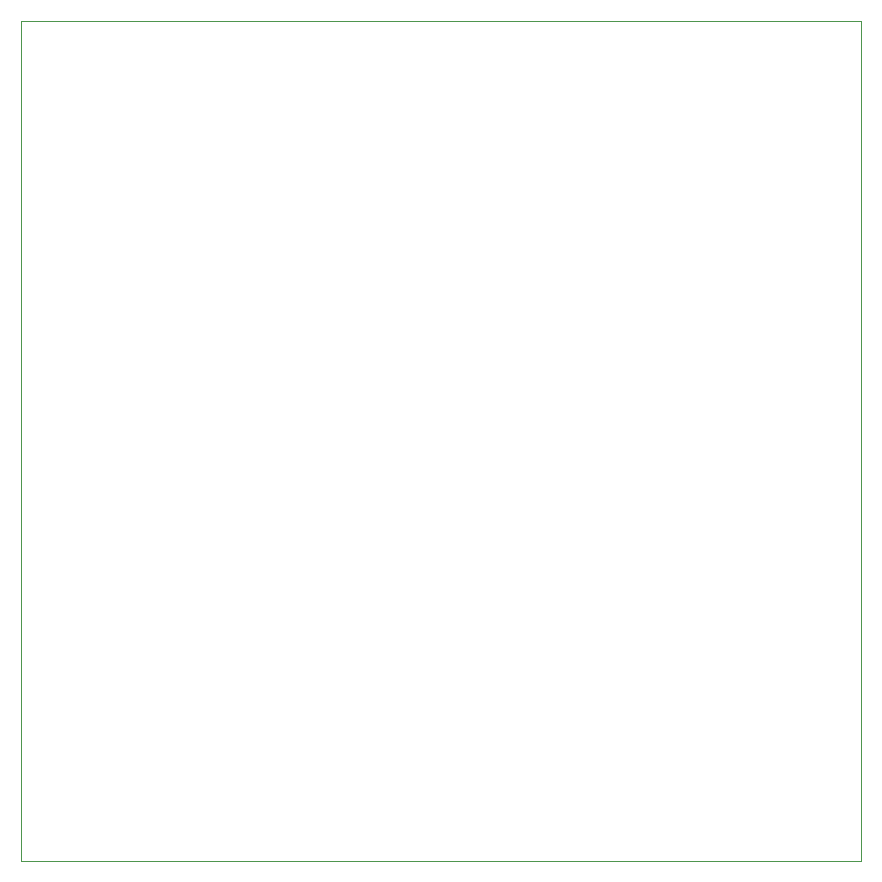
<source format=gbr>
G04 #@! TF.GenerationSoftware,KiCad,Pcbnew,5.1.5+dfsg1-2build2*
G04 #@! TF.CreationDate,2021-07-27T21:04:27-05:00*
G04 #@! TF.ProjectId,pico_cube,7069636f-5f63-4756-9265-2e6b69636164,rev?*
G04 #@! TF.SameCoordinates,Original*
G04 #@! TF.FileFunction,Profile,NP*
%FSLAX46Y46*%
G04 Gerber Fmt 4.6, Leading zero omitted, Abs format (unit mm)*
G04 Created by KiCad (PCBNEW 5.1.5+dfsg1-2build2) date 2021-07-27 21:04:27*
%MOMM*%
%LPD*%
G04 APERTURE LIST*
%ADD10C,0.050000*%
G04 APERTURE END LIST*
D10*
X86360000Y-127000000D02*
X86360000Y-55880000D01*
X157480000Y-127000000D02*
X86360000Y-127000000D01*
X157480000Y-55880000D02*
X157480000Y-127000000D01*
X86360000Y-55880000D02*
X157480000Y-55880000D01*
M02*

</source>
